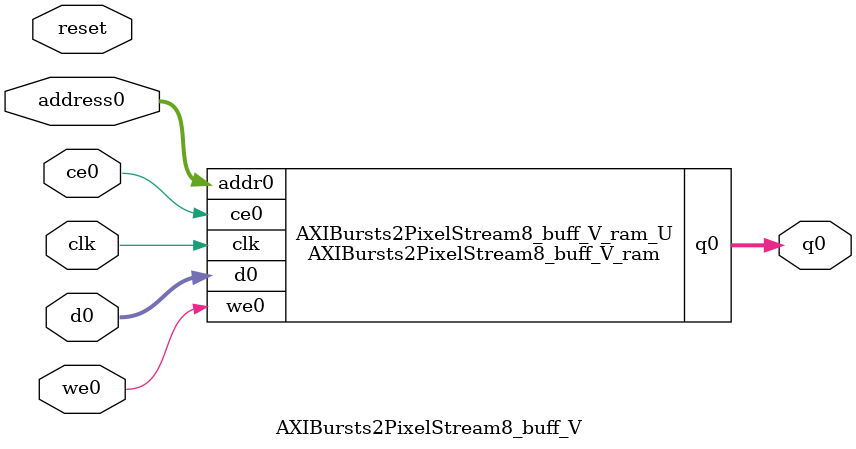
<source format=v>

`timescale 1 ns / 1 ps
module AXIBursts2PixelStream8_buff_V_ram (addr0, ce0, d0, we0, q0,  clk);

parameter DWIDTH = 256;
parameter AWIDTH = 6;
parameter MEM_SIZE = 60;

input[AWIDTH-1:0] addr0;
input ce0;
input[DWIDTH-1:0] d0;
input we0;
output reg[DWIDTH-1:0] q0;
input clk;

(* ram_style = "block" *)reg [DWIDTH-1:0] ram[0:MEM_SIZE-1];




always @(posedge clk)  
begin 
    if (ce0) 
    begin
        if (we0) 
        begin 
            ram[addr0] <= d0; 
            q0 <= d0;
        end 
        else 
            q0 <= ram[addr0];
    end
end


endmodule


`timescale 1 ns / 1 ps
module AXIBursts2PixelStream8_buff_V(
    reset,
    clk,
    address0,
    ce0,
    we0,
    d0,
    q0);

parameter DataWidth = 32'd256;
parameter AddressRange = 32'd60;
parameter AddressWidth = 32'd6;
input reset;
input clk;
input[AddressWidth - 1:0] address0;
input ce0;
input we0;
input[DataWidth - 1:0] d0;
output[DataWidth - 1:0] q0;



AXIBursts2PixelStream8_buff_V_ram AXIBursts2PixelStream8_buff_V_ram_U(
    .clk( clk ),
    .addr0( address0 ),
    .ce0( ce0 ),
    .d0( d0 ),
    .we0( we0 ),
    .q0( q0 ));

endmodule


</source>
